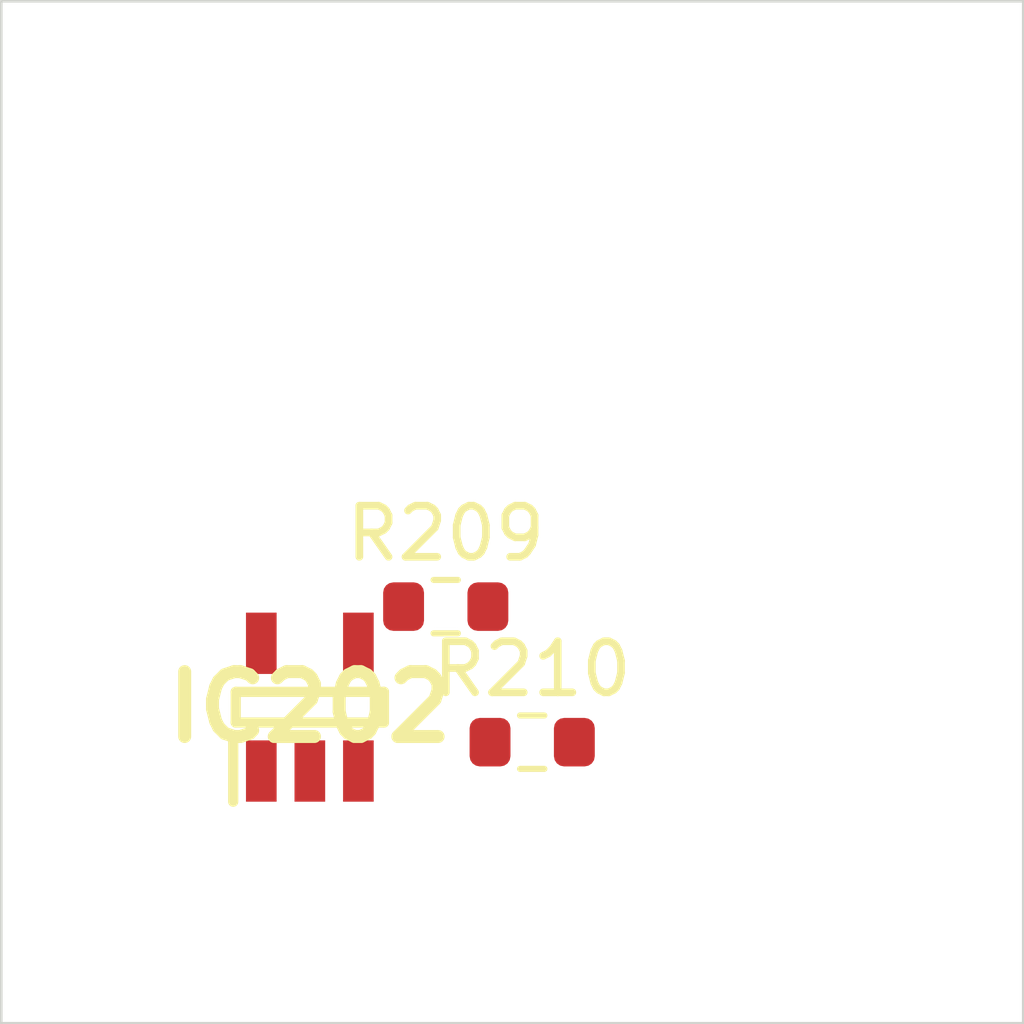
<source format=kicad_pcb>
 ( kicad_pcb  ( version 20171130 )
 ( host pcbnew 5.1.12-84ad8e8a86~92~ubuntu18.04.1 )
 ( general  ( thickness 1.6 )
 ( drawings 4 )
 ( tracks 0 )
 ( zones 0 )
 ( modules 3 )
 ( nets 5 )
)
 ( page A4 )
 ( layers  ( 0 F.Cu signal )
 ( 31 B.Cu signal )
 ( 32 B.Adhes user )
 ( 33 F.Adhes user )
 ( 34 B.Paste user )
 ( 35 F.Paste user )
 ( 36 B.SilkS user )
 ( 37 F.SilkS user )
 ( 38 B.Mask user )
 ( 39 F.Mask user )
 ( 40 Dwgs.User user )
 ( 41 Cmts.User user )
 ( 42 Eco1.User user )
 ( 43 Eco2.User user )
 ( 44 Edge.Cuts user )
 ( 45 Margin user )
 ( 46 B.CrtYd user )
 ( 47 F.CrtYd user )
 ( 48 B.Fab user )
 ( 49 F.Fab user )
)
 ( setup  ( last_trace_width 0.25 )
 ( trace_clearance 0.2 )
 ( zone_clearance 0.508 )
 ( zone_45_only no )
 ( trace_min 0.2 )
 ( via_size 0.8 )
 ( via_drill 0.4 )
 ( via_min_size 0.4 )
 ( via_min_drill 0.3 )
 ( uvia_size 0.3 )
 ( uvia_drill 0.1 )
 ( uvias_allowed no )
 ( uvia_min_size 0.2 )
 ( uvia_min_drill 0.1 )
 ( edge_width 0.05 )
 ( segment_width 0.2 )
 ( pcb_text_width 0.3 )
 ( pcb_text_size 1.5 1.5 )
 ( mod_edge_width 0.12 )
 ( mod_text_size 1 1 )
 ( mod_text_width 0.15 )
 ( pad_size 1.524 1.524 )
 ( pad_drill 0.762 )
 ( pad_to_mask_clearance 0 )
 ( aux_axis_origin 0 0 )
 ( visible_elements FFFFFF7F )
 ( pcbplotparams  ( layerselection 0x010fc_ffffffff )
 ( usegerberextensions false )
 ( usegerberattributes true )
 ( usegerberadvancedattributes true )
 ( creategerberjobfile true )
 ( excludeedgelayer true )
 ( linewidth 0.100000 )
 ( plotframeref false )
 ( viasonmask false )
 ( mode 1 )
 ( useauxorigin false )
 ( hpglpennumber 1 )
 ( hpglpenspeed 20 )
 ( hpglpendiameter 15.000000 )
 ( psnegative false )
 ( psa4output false )
 ( plotreference true )
 ( plotvalue true )
 ( plotinvisibletext false )
 ( padsonsilk false )
 ( subtractmaskfromsilk false )
 ( outputformat 1 )
 ( mirror false )
 ( drillshape 1 )
 ( scaleselection 1 )
 ( outputdirectory "" )
)
)
 ( net 0 "" )
 ( net 1 GND )
 ( net 2 VDDA )
 ( net 3 /Sheet6235D886/vp )
 ( net 4 "Net-(IC202-Pad3)" )
 ( net_class Default "This is the default net class."  ( clearance 0.2 )
 ( trace_width 0.25 )
 ( via_dia 0.8 )
 ( via_drill 0.4 )
 ( uvia_dia 0.3 )
 ( uvia_drill 0.1 )
 ( add_net /Sheet6235D886/vp )
 ( add_net GND )
 ( add_net "Net-(IC202-Pad3)" )
 ( add_net VDDA )
)
 ( module SOT95P280X145-5N locked  ( layer F.Cu )
 ( tedit 62336ED7 )
 ( tstamp 623423ED )
 ( at 86.038900 113.815000 90.000000 )
 ( descr DBV0005A )
 ( tags "Integrated Circuit" )
 ( path /6235D887/6266C08E )
 ( attr smd )
 ( fp_text reference IC202  ( at 0 0 )
 ( layer F.SilkS )
 ( effects  ( font  ( size 1.27 1.27 )
 ( thickness 0.254 )
)
)
)
 ( fp_text value TL071HIDBVR  ( at 0 0 )
 ( layer F.SilkS )
hide  ( effects  ( font  ( size 1.27 1.27 )
 ( thickness 0.254 )
)
)
)
 ( fp_line  ( start -1.85 -1.5 )
 ( end -0.65 -1.5 )
 ( layer F.SilkS )
 ( width 0.2 )
)
 ( fp_line  ( start -0.3 1.45 )
 ( end -0.3 -1.45 )
 ( layer F.SilkS )
 ( width 0.2 )
)
 ( fp_line  ( start 0.3 1.45 )
 ( end -0.3 1.45 )
 ( layer F.SilkS )
 ( width 0.2 )
)
 ( fp_line  ( start 0.3 -1.45 )
 ( end 0.3 1.45 )
 ( layer F.SilkS )
 ( width 0.2 )
)
 ( fp_line  ( start -0.3 -1.45 )
 ( end 0.3 -1.45 )
 ( layer F.SilkS )
 ( width 0.2 )
)
 ( fp_line  ( start -0.8 -0.5 )
 ( end 0.15 -1.45 )
 ( layer Dwgs.User )
 ( width 0.1 )
)
 ( fp_line  ( start -0.8 1.45 )
 ( end -0.8 -1.45 )
 ( layer Dwgs.User )
 ( width 0.1 )
)
 ( fp_line  ( start 0.8 1.45 )
 ( end -0.8 1.45 )
 ( layer Dwgs.User )
 ( width 0.1 )
)
 ( fp_line  ( start 0.8 -1.45 )
 ( end 0.8 1.45 )
 ( layer Dwgs.User )
 ( width 0.1 )
)
 ( fp_line  ( start -0.8 -1.45 )
 ( end 0.8 -1.45 )
 ( layer Dwgs.User )
 ( width 0.1 )
)
 ( fp_line  ( start -2.1 1.775 )
 ( end -2.1 -1.775 )
 ( layer Dwgs.User )
 ( width 0.05 )
)
 ( fp_line  ( start 2.1 1.775 )
 ( end -2.1 1.775 )
 ( layer Dwgs.User )
 ( width 0.05 )
)
 ( fp_line  ( start 2.1 -1.775 )
 ( end 2.1 1.775 )
 ( layer Dwgs.User )
 ( width 0.05 )
)
 ( fp_line  ( start -2.1 -1.775 )
 ( end 2.1 -1.775 )
 ( layer Dwgs.User )
 ( width 0.05 )
)
 ( pad 1 smd rect  ( at -1.25 -0.95 180.000000 )
 ( size 0.6 1.2 )
 ( layers F.Cu F.Mask F.Paste )
 ( net 3 /Sheet6235D886/vp )
)
 ( pad 2 smd rect  ( at -1.25 0 180.000000 )
 ( size 0.6 1.2 )
 ( layers F.Cu F.Mask F.Paste )
 ( net 1 GND )
)
 ( pad 3 smd rect  ( at -1.25 0.95 180.000000 )
 ( size 0.6 1.2 )
 ( layers F.Cu F.Mask F.Paste )
 ( net 4 "Net-(IC202-Pad3)" )
)
 ( pad 4 smd rect  ( at 1.25 0.95 180.000000 )
 ( size 0.6 1.2 )
 ( layers F.Cu F.Mask F.Paste )
 ( net 3 /Sheet6235D886/vp )
)
 ( pad 5 smd rect  ( at 1.25 -0.95 180.000000 )
 ( size 0.6 1.2 )
 ( layers F.Cu F.Mask F.Paste )
 ( net 2 VDDA )
)
)
 ( module Resistor_SMD:R_0603_1608Metric  ( layer F.Cu )
 ( tedit 5F68FEEE )
 ( tstamp 62342595 )
 ( at 88.698400 111.847000 )
 ( descr "Resistor SMD 0603 (1608 Metric), square (rectangular) end terminal, IPC_7351 nominal, (Body size source: IPC-SM-782 page 72, https://www.pcb-3d.com/wordpress/wp-content/uploads/ipc-sm-782a_amendment_1_and_2.pdf), generated with kicad-footprint-generator" )
 ( tags resistor )
 ( path /6235D887/623CDBD9 )
 ( attr smd )
 ( fp_text reference R209  ( at 0 -1.43 )
 ( layer F.SilkS )
 ( effects  ( font  ( size 1 1 )
 ( thickness 0.15 )
)
)
)
 ( fp_text value 100k  ( at 0 1.43 )
 ( layer F.Fab )
 ( effects  ( font  ( size 1 1 )
 ( thickness 0.15 )
)
)
)
 ( fp_line  ( start -0.8 0.4125 )
 ( end -0.8 -0.4125 )
 ( layer F.Fab )
 ( width 0.1 )
)
 ( fp_line  ( start -0.8 -0.4125 )
 ( end 0.8 -0.4125 )
 ( layer F.Fab )
 ( width 0.1 )
)
 ( fp_line  ( start 0.8 -0.4125 )
 ( end 0.8 0.4125 )
 ( layer F.Fab )
 ( width 0.1 )
)
 ( fp_line  ( start 0.8 0.4125 )
 ( end -0.8 0.4125 )
 ( layer F.Fab )
 ( width 0.1 )
)
 ( fp_line  ( start -0.237258 -0.5225 )
 ( end 0.237258 -0.5225 )
 ( layer F.SilkS )
 ( width 0.12 )
)
 ( fp_line  ( start -0.237258 0.5225 )
 ( end 0.237258 0.5225 )
 ( layer F.SilkS )
 ( width 0.12 )
)
 ( fp_line  ( start -1.48 0.73 )
 ( end -1.48 -0.73 )
 ( layer F.CrtYd )
 ( width 0.05 )
)
 ( fp_line  ( start -1.48 -0.73 )
 ( end 1.48 -0.73 )
 ( layer F.CrtYd )
 ( width 0.05 )
)
 ( fp_line  ( start 1.48 -0.73 )
 ( end 1.48 0.73 )
 ( layer F.CrtYd )
 ( width 0.05 )
)
 ( fp_line  ( start 1.48 0.73 )
 ( end -1.48 0.73 )
 ( layer F.CrtYd )
 ( width 0.05 )
)
 ( fp_text user %R  ( at 0 0 )
 ( layer F.Fab )
 ( effects  ( font  ( size 0.4 0.4 )
 ( thickness 0.06 )
)
)
)
 ( pad 1 smd roundrect  ( at -0.825 0 )
 ( size 0.8 0.95 )
 ( layers F.Cu F.Mask F.Paste )
 ( roundrect_rratio 0.25 )
 ( net 2 VDDA )
)
 ( pad 2 smd roundrect  ( at 0.825 0 )
 ( size 0.8 0.95 )
 ( layers F.Cu F.Mask F.Paste )
 ( roundrect_rratio 0.25 )
 ( net 4 "Net-(IC202-Pad3)" )
)
 ( model ${KISYS3DMOD}/Resistor_SMD.3dshapes/R_0603_1608Metric.wrl  ( at  ( xyz 0 0 0 )
)
 ( scale  ( xyz 1 1 1 )
)
 ( rotate  ( xyz 0 0 0 )
)
)
)
 ( module Resistor_SMD:R_0603_1608Metric  ( layer F.Cu )
 ( tedit 5F68FEEE )
 ( tstamp 623425A6 )
 ( at 90.390600 114.500000 )
 ( descr "Resistor SMD 0603 (1608 Metric), square (rectangular) end terminal, IPC_7351 nominal, (Body size source: IPC-SM-782 page 72, https://www.pcb-3d.com/wordpress/wp-content/uploads/ipc-sm-782a_amendment_1_and_2.pdf), generated with kicad-footprint-generator" )
 ( tags resistor )
 ( path /6235D887/623CDBDF )
 ( attr smd )
 ( fp_text reference R210  ( at 0 -1.43 )
 ( layer F.SilkS )
 ( effects  ( font  ( size 1 1 )
 ( thickness 0.15 )
)
)
)
 ( fp_text value 100k  ( at 0 1.43 )
 ( layer F.Fab )
 ( effects  ( font  ( size 1 1 )
 ( thickness 0.15 )
)
)
)
 ( fp_line  ( start 1.48 0.73 )
 ( end -1.48 0.73 )
 ( layer F.CrtYd )
 ( width 0.05 )
)
 ( fp_line  ( start 1.48 -0.73 )
 ( end 1.48 0.73 )
 ( layer F.CrtYd )
 ( width 0.05 )
)
 ( fp_line  ( start -1.48 -0.73 )
 ( end 1.48 -0.73 )
 ( layer F.CrtYd )
 ( width 0.05 )
)
 ( fp_line  ( start -1.48 0.73 )
 ( end -1.48 -0.73 )
 ( layer F.CrtYd )
 ( width 0.05 )
)
 ( fp_line  ( start -0.237258 0.5225 )
 ( end 0.237258 0.5225 )
 ( layer F.SilkS )
 ( width 0.12 )
)
 ( fp_line  ( start -0.237258 -0.5225 )
 ( end 0.237258 -0.5225 )
 ( layer F.SilkS )
 ( width 0.12 )
)
 ( fp_line  ( start 0.8 0.4125 )
 ( end -0.8 0.4125 )
 ( layer F.Fab )
 ( width 0.1 )
)
 ( fp_line  ( start 0.8 -0.4125 )
 ( end 0.8 0.4125 )
 ( layer F.Fab )
 ( width 0.1 )
)
 ( fp_line  ( start -0.8 -0.4125 )
 ( end 0.8 -0.4125 )
 ( layer F.Fab )
 ( width 0.1 )
)
 ( fp_line  ( start -0.8 0.4125 )
 ( end -0.8 -0.4125 )
 ( layer F.Fab )
 ( width 0.1 )
)
 ( fp_text user %R  ( at 0 0 )
 ( layer F.Fab )
 ( effects  ( font  ( size 0.4 0.4 )
 ( thickness 0.06 )
)
)
)
 ( pad 2 smd roundrect  ( at 0.825 0 )
 ( size 0.8 0.95 )
 ( layers F.Cu F.Mask F.Paste )
 ( roundrect_rratio 0.25 )
 ( net 1 GND )
)
 ( pad 1 smd roundrect  ( at -0.825 0 )
 ( size 0.8 0.95 )
 ( layers F.Cu F.Mask F.Paste )
 ( roundrect_rratio 0.25 )
 ( net 4 "Net-(IC202-Pad3)" )
)
 ( model ${KISYS3DMOD}/Resistor_SMD.3dshapes/R_0603_1608Metric.wrl  ( at  ( xyz 0 0 0 )
)
 ( scale  ( xyz 1 1 1 )
)
 ( rotate  ( xyz 0 0 0 )
)
)
)
 ( gr_line  ( start 100 100 )
 ( end 100 120 )
 ( layer Edge.Cuts )
 ( width 0.05 )
 ( tstamp 62E770C4 )
)
 ( gr_line  ( start 80 120 )
 ( end 100 120 )
 ( layer Edge.Cuts )
 ( width 0.05 )
 ( tstamp 62E770C0 )
)
 ( gr_line  ( start 80 100 )
 ( end 100 100 )
 ( layer Edge.Cuts )
 ( width 0.05 )
 ( tstamp 6234110C )
)
 ( gr_line  ( start 80 100 )
 ( end 80 120 )
 ( layer Edge.Cuts )
 ( width 0.05 )
)
)

</source>
